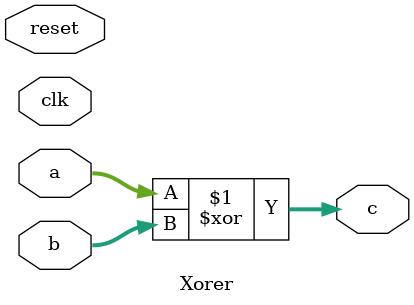
<source format=v>
module Xorer #(parameter Size = 32)(
  input wire clk,
  input wire reset,
  input wire [Size-1:0] a,
  input wire [Size-1:0] b,
  output wire [Size-1:0] c
);
  assign c = a ^ b;
endmodule
</source>
